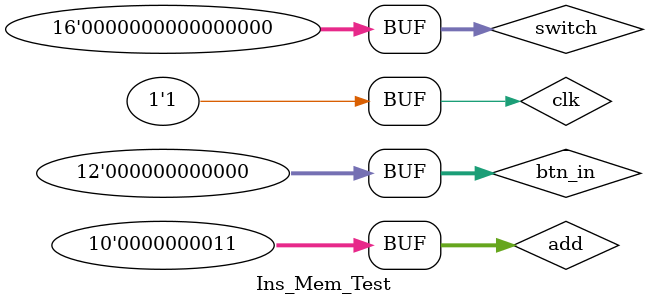
<source format=v>
`timescale 1ns / 1ps


module Ins_Mem_Test;

	// Inputs
	reg clk;
	reg [11:0] btn_in;
	reg [15:0] switch;
	reg [9:0] add;

	// Outputs
	wire [11:0] anode;
	wire [15:0] segment;
	wire [31:0] douta;

	// Instantiate the Unit Under Test (UUT)
	Top uut (
		.clk(clk), 
		.btn_in(btn_in), 
		.switch(switch), 
		.add(add), 
		.anode(anode), 
		.segment(segment), 
		.douta(douta)
	);

	initial begin
		// Initialize Inputs
		clk = 0;
		btn_in = 0;
		switch = 0;
		add = 0;
		#8;
		add=1;
		#8;
		add=2;
		#8;
		add=3;
	end
   always 
	begin
	#1;
	clk=0;
	#1;
	clk=1;
	end
endmodule


</source>
